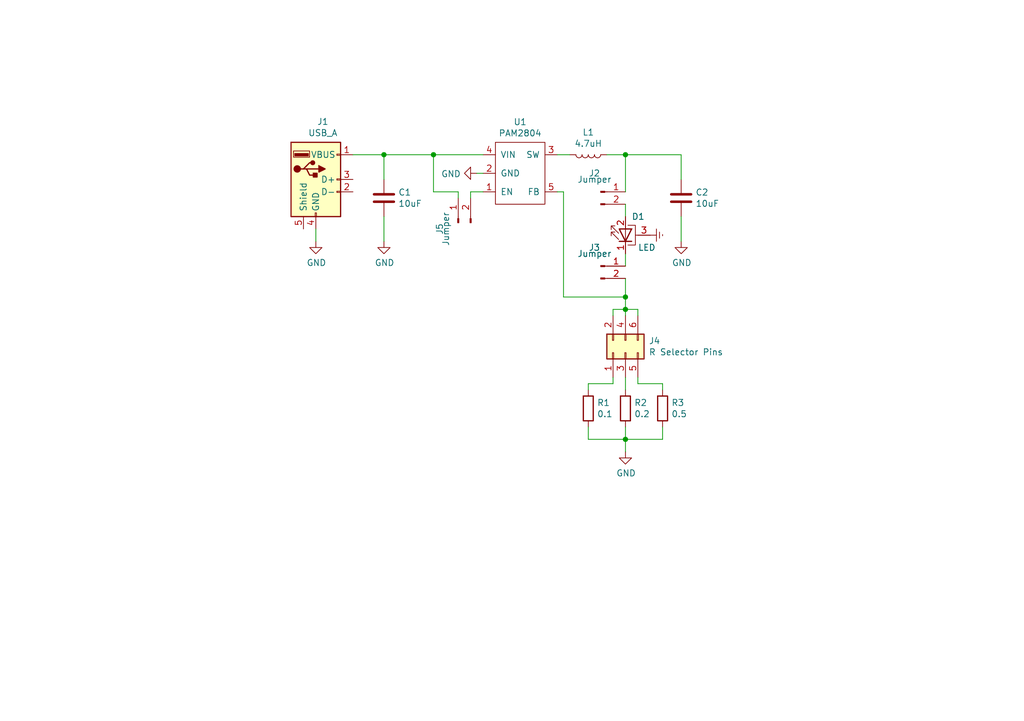
<source format=kicad_sch>
(kicad_sch (version 20211123) (generator eeschema)
  (paper "A5")
  (title_block (title "Flare") (date "2022-01-08") (rev "0.2") (company "DJM0"))
  (lib_symbols
    (symbol "Connector:Conn_01x02_Male" (pin_names (offset 1.016) hide)
      (property "Reference" "J" (at 0 2.54 0))
      (property "Value" "Conn_01x02_Male" (at 0 -5.08 0))
      (symbol "Conn_01x02_Male_1_1"
        (polyline (pts (xy 1.27 -2.54) (xy 0.8636 -2.54)) (stroke (width 0.1524)))
        (polyline (pts (xy 1.27 0) (xy 0.8636 0)) (stroke (width 0.1524)))
        (rectangle (start 0.8636 -2.413) (end 0 -2.667) (stroke (width 0.1524)) (fill (type outline)))
        (rectangle (start 0.8636 0.127) (end 0 -0.127) (stroke (width 0.1524)) (fill (type outline)))
        (pin passive line (at 5.08 0 180) (length 3.81) (name "Pin_1") (number "1"))
        (pin passive line (at 5.08 -2.54 180) (length 3.81) (name "Pin_2") (number "2"))
      )
    )
    (symbol "Connector:USB_A" (pin_names (offset 1.016))
      (property "Reference" "J" (at -5.08 11.43 0))
      (property "Value" "USB_A" (at -5.08 8.89 0))
      (symbol "USB_A_0_1"
        (rectangle (start -5.08 -7.62) (end 5.08 7.62) (stroke (width 0.254)) (fill (type background)))
        (circle (center -3.81 2.159) (radius 0.635) (stroke (width 0.254)) (fill (type outline)))
        (rectangle (start -1.524 4.826) (end -4.318 5.334) (fill (type outline)))
        (rectangle (start -1.27 4.572) (end -4.572 5.842))
        (circle (center -0.635 3.429) (radius 0.381) (stroke (width 0.254)) (fill (type outline)))
        (rectangle (start -0.127 -7.62) (end 0.127 -6.858))
        (polyline (pts (xy -3.175 2.159) (xy -2.54 2.159) (xy -1.27 3.429) (xy -0.635 3.429)) (stroke (width 0.254)))
        (polyline (pts (xy -2.54 2.159) (xy -1.905 2.159) (xy -1.27 0.889) (xy 0 0.889)) (stroke (width 0.254)))
        (polyline (pts (xy 0.635 2.794) (xy 0.635 1.524) (xy 1.905 2.159) (xy 0.635 2.794)) (stroke (width 0.254)) (fill (type outline)))
        (rectangle (start 0.254 1.27) (end -0.508 0.508) (stroke (width 0.254)) (fill (type outline)))
        (rectangle (start 5.08 -2.667) (end 4.318 -2.413))
        (rectangle (start 5.08 -0.127) (end 4.318 0.127))
        (rectangle (start 5.08 4.953) (end 4.318 5.207))
      )
      (symbol "USB_A_1_1"
        (polyline (pts (xy -1.905 2.159) (xy 0.635 2.159)) (stroke (width 0.254)))
        (pin power_in line (at 7.62 5.08 180) (length 2.54) (name "VBUS") (number "1"))
        (pin bidirectional line (at 7.62 -2.54 180) (length 2.54) (name "D-") (number "2"))
        (pin bidirectional line (at 7.62 0 180) (length 2.54) (name "D+") (number "3"))
        (pin power_in line (at 0 -10.16 90) (length 2.54) (name "GND") (number "4"))
        (pin passive line (at -2.54 -10.16 90) (length 2.54) (name "Shield") (number "5"))
      )
    )
    (symbol "Connector_Generic:Conn_02x03_Odd_Even" (pin_names (offset 1.016) hide)
      (property "Reference" "J" (at 1.27 5.08 0))
      (property "Value" "Conn_02x03_Odd_Even" (at 1.27 -5.08 0))
      (symbol "Conn_02x03_Odd_Even_1_1"
        (rectangle (start -1.27 -2.413) (end 0 -2.667) (stroke (width 0.1524)))
        (rectangle (start -1.27 0.127) (end 0 -0.127) (stroke (width 0.1524)))
        (rectangle (start -1.27 2.667) (end 0 2.413) (stroke (width 0.1524)))
        (rectangle (start -1.27 3.81) (end 3.81 -3.81) (stroke (width 0.254)) (fill (type background)))
        (rectangle (start 3.81 -2.413) (end 2.54 -2.667) (stroke (width 0.1524)))
        (rectangle (start 3.81 0.127) (end 2.54 -0.127) (stroke (width 0.1524)))
        (rectangle (start 3.81 2.667) (end 2.54 2.413) (stroke (width 0.1524)))
        (pin passive line (at -5.08 2.54 0) (length 3.81) (name "Pin_1") (number "1"))
        (pin passive line (at 7.62 2.54 180) (length 3.81) (name "Pin_2") (number "2"))
        (pin passive line (at -5.08 0 0) (length 3.81) (name "Pin_3") (number "3"))
        (pin passive line (at 7.62 0 180) (length 3.81) (name "Pin_4") (number "4"))
        (pin passive line (at -5.08 -2.54 0) (length 3.81) (name "Pin_5") (number "5"))
        (pin passive line (at 7.62 -2.54 180) (length 3.81) (name "Pin_6") (number "6"))
      )
    )
    (symbol "Device:C" (pin_numbers hide) (pin_names (offset 0.254))
      (property "Reference" "C" (at 0.635 2.54 0))
      (property "Value" "C" (at 0.635 -2.54 0))
      (symbol "C_0_1"
        (polyline (pts (xy -2.032 -0.762) (xy 2.032 -0.762)) (stroke (width 0.508)))
        (polyline (pts (xy -2.032 0.762) (xy 2.032 0.762)) (stroke (width 0.508)))
      )
      (symbol "C_1_1"
        (pin passive line (at 0 3.81 270) (length 2.794) (name "~") (number "1"))
        (pin passive line (at 0 -3.81 90) (length 2.794) (name "~") (number "2"))
      )
    )
    (symbol "Device:L" (pin_numbers hide) (pin_names (offset 1.016) hide)
      (property "Reference" "L" (at -1.27 0 90))
      (property "Value" "L" (at 1.905 0 90))
      (symbol "L_0_1"
        (arc (start 0 -2.54) (mid 0.635 -1.905) (end 0 -1.27))
        (arc (start 0 -1.27) (mid 0.635 -0.635) (end 0 0))
        (arc (start 0 0) (mid 0.635 0.635) (end 0 1.27))
        (arc (start 0 1.27) (mid 0.635 1.905) (end 0 2.54))
      )
      (symbol "L_1_1"
        (pin passive line (at 0 3.81 270) (length 1.27) (name "1") (number "1"))
        (pin passive line (at 0 -3.81 90) (length 1.27) (name "2") (number "2"))
      )
    )
    (symbol "Device:LED_PAD" (pin_names (offset 1.016) hide)
      (property "Reference" "D" (at 0 5.715 0))
      (property "Value" "Device_LED_PAD" (at 0 3.81 0))
      (symbol "LED_PAD_0_1"
        (polyline (pts (xy -1.27 -1.27) (xy -1.27 1.27)) (stroke (width 0.254)))
        (polyline (pts (xy -1.27 0) (xy 1.27 0)))
        (polyline (pts (xy 0 -2.54) (xy 0 -2.032)))
        (polyline (pts (xy -2.032 -0.508) (xy -2.032 -2.032) (xy 2.032 -2.032) (xy 2.032 -0.508)))
        (polyline (pts (xy 1.27 -1.27) (xy 1.27 1.27) (xy -1.27 0) (xy 1.27 -1.27)) (stroke (width 0.254)))
        (polyline (pts (xy -0.889 1.397) (xy 0.635 2.921) (xy -0.127 2.921) (xy 0.635 2.921) (xy 0.635 2.159)))
        (polyline (pts (xy 0.381 1.397) (xy 1.905 2.921) (xy 1.143 2.921) (xy 1.905 2.921) (xy 1.905 2.159)))
      )
      (symbol "LED_PAD_1_1"
        (pin passive line (at -3.81 0 0) (length 2.54) (name "K") (number "1"))
        (pin passive line (at 3.81 0 180) (length 2.54) (name "A") (number "2"))
        (pin passive line (at 0 -5.08 90) (length 2.54) (name "PAD") (number "3"))
      )
    )
    (symbol "Device:R" (pin_numbers hide) (pin_names (offset 0))
      (property "Reference" "R" (at 2.032 0 90))
      (property "Value" "R" (at 0 0 90))
      (symbol "R_0_1"
        (rectangle (start -1.016 -2.54) (end 1.016 2.54) (stroke (width 0.254)))
      )
      (symbol "R_1_1"
        (pin passive line (at 0 3.81 270) (length 1.27) (name "~") (number "1"))
        (pin passive line (at 0 -3.81 90) (length 1.27) (name "~") (number "2"))
      )
    )
    (symbol "power:Earth" (power) (pin_names (offset 0))
      (symbol "Earth_0_1"
        (polyline (pts (xy -0.635 -1.905) (xy 0.635 -1.905)))
        (polyline (pts (xy -0.127 -2.54) (xy 0.127 -2.54)))
        (polyline (pts (xy 0 -1.27) (xy 0 0)))
        (polyline (pts (xy 1.27 -1.27) (xy -1.27 -1.27)))
      )
      (symbol "Earth_1_1"
        (pin power_in line (at 0 0 270) (length 0) hide (name "Earth") (number "1"))
      )
    )
    (symbol "power:GND" (power) (pin_names (offset 0))
      (property "Value" "GND" (at 0 -3.81 0))
      (symbol "GND_0_1"
        (polyline (pts (xy 0 0) (xy 0 -1.27) (xy 1.27 -1.27) (xy 0 -2.54) (xy -1.27 -1.27) (xy 0 -1.27)))
      )
      (symbol "GND_1_1"
        (pin power_in line (at 0 0 270) (length 0) hide (name "GND") (number "1"))
      )
    )
    (symbol "usb_stick_light_library:PAM2804" (pin_names (offset 1.016))
      (property "Reference" "U" (at 0 11.43 0))
      (property "Value" "usb_stick_light_library_PAM2804" (at 0 8.89 0))
      (symbol "PAM2804_0_1"
        (rectangle (start -5.08 6.35) (end 5.08 -6.35))
      )
      (symbol "PAM2804_1_1"
        (pin input line (at -7.62 -3.81 0) (length 2.54) (name "EN") (number "1"))
        (pin power_in line (at -7.62 0 0) (length 2.54) (name "GND") (number "2"))
        (pin power_out line (at 7.62 3.81 180) (length 2.54) (name "SW") (number "3"))
        (pin power_in line (at -7.62 3.81 0) (length 2.54) (name "VIN") (number "4"))
        (pin input line (at 7.62 -3.81 180) (length 2.54) (name "FB") (number "5"))
      )
    )
  )
  (junction (at 128.27 31.75))
  (junction (at 88.9 31.75))
  (junction (at 128.27 60.96))
  (junction (at 128.27 63.5))
  (junction (at 128.27 90.17))
  (junction (at 78.74 31.75))
  (wire (pts (xy 64.77 46.99) (xy 64.77 49.53)))
  (wire (pts (xy 125.73 77.47) (xy 125.73 78.74)))
  (wire (pts (xy 128.27 60.96) (xy 115.57 60.96)))
  (wire (pts (xy 120.65 90.17) (xy 128.27 90.17)))
  (wire (pts (xy 128.27 60.96) (xy 128.27 63.5)))
  (wire (pts (xy 130.81 63.5) (xy 130.81 64.77)))
  (wire (pts (xy 128.27 77.47) (xy 128.27 80.01)))
  (wire (pts (xy 78.74 36.83) (xy 78.74 31.75)))
  (wire (pts (xy 139.7 31.75) (xy 128.27 31.75)))
  (wire (pts (xy 115.57 60.96) (xy 115.57 39.37)))
  (wire (pts (xy 128.27 87.63) (xy 128.27 90.17)))
  (wire (pts (xy 88.9 31.75) (xy 99.06 31.75)))
  (wire (pts (xy 96.52 40.64) (xy 96.52 39.37)))
  (wire (pts (xy 125.73 63.5) (xy 128.27 63.5)))
  (wire (pts (xy 128.27 63.5) (xy 130.81 63.5)))
  (wire (pts (xy 128.27 57.15) (xy 128.27 60.96)))
  (wire (pts (xy 125.73 78.74) (xy 120.65 78.74)))
  (wire (pts (xy 72.39 31.75) (xy 78.74 31.75)))
  (wire (pts (xy 128.27 31.75) (xy 124.46 31.75)))
  (wire (pts (xy 128.27 90.17) (xy 128.27 92.71)))
  (wire (pts (xy 135.89 78.74) (xy 135.89 80.01)))
  (wire (pts (xy 135.89 90.17) (xy 135.89 87.63)))
  (wire (pts (xy 130.81 78.74) (xy 135.89 78.74)))
  (wire (pts (xy 128.27 90.17) (xy 135.89 90.17)))
  (wire (pts (xy 78.74 44.45) (xy 78.74 49.53)))
  (wire (pts (xy 93.98 39.37) (xy 88.9 39.37)))
  (wire (pts (xy 120.65 87.63) (xy 120.65 90.17)))
  (wire (pts (xy 128.27 44.45) (xy 128.27 41.91)))
  (wire (pts (xy 128.27 54.61) (xy 128.27 52.07)))
  (wire (pts (xy 128.27 64.77) (xy 128.27 63.5)))
  (wire (pts (xy 96.52 39.37) (xy 99.06 39.37)))
  (wire (pts (xy 130.81 77.47) (xy 130.81 78.74)))
  (wire (pts (xy 125.73 64.77) (xy 125.73 63.5)))
  (wire (pts (xy 93.98 40.64) (xy 93.98 39.37)))
  (wire (pts (xy 139.7 36.83) (xy 139.7 31.75)))
  (wire (pts (xy 97.79 35.56) (xy 99.06 35.56)))
  (wire (pts (xy 120.65 78.74) (xy 120.65 80.01)))
  (wire (pts (xy 128.27 39.37) (xy 128.27 31.75)))
  (wire (pts (xy 78.74 31.75) (xy 88.9 31.75)))
  (wire (pts (xy 114.3 31.75) (xy 116.84 31.75)))
  (wire (pts (xy 88.9 39.37) (xy 88.9 31.75)))
  (wire (pts (xy 139.7 49.53) (xy 139.7 44.45)))
  (wire (pts (xy 115.57 39.37) (xy 114.3 39.37)))
  (symbol (lib_id "usb_stick_light_library:PAM2804") (at 106.68 35.56 0) (unit 1)
    (property "Reference" "U1" (at 106.68 25.019 0))
    (property "Value" "PAM2804" (at 106.68 27.3304 0))
    (property "Footprint" "Package_TO_SOT_SMD:TSOT-23-5" (effects hide))
  )
  (symbol (lib_id "Connector:USB_A") (at 64.77 36.83 0) (unit 1)
    (property "Reference" "J1" (at 66.2178 24.9682 0))
    (property "Value" "USB_A" (at 66.2178 27.2796 0))
    (property "Footprint" "Connector_USB:USB_A_CNCTech_1001-011-01101_Horizontal" (effects hide))
    (property "Datasheet" " ~" (effects hide))
  )
  (symbol (lib_id "power:GND") (at 64.77 49.53 0) (unit 1)
    (property "Reference" "#PWR0101" (effects hide))
    (property "Value" "GND" (at 64.897 53.9242 0))
  )
  (symbol (lib_id "Device:C") (at 78.74 40.64 0) (unit 1)
    (property "Reference" "C1" (at 81.661 39.4716 0) (effects (justify left)))
    (property "Value" "10uF" (at 81.661 41.783 0) (effects (justify left)))
    (property "Footprint" "Capacitor_SMD:C_0805_2012Metric" (effects hide))
  )
  (symbol (lib_id "power:GND") (at 78.74 49.53 0) (unit 1)
    (property "Reference" "#PWR0102" (effects hide))
    (property "Value" "GND" (at 78.867 53.9242 0))
  )
  (symbol (lib_id "power:GND") (at 97.79 35.56 270) (unit 1)
    (property "Reference" "#PWR0103" (effects hide))
    (property "Value" "GND" (at 94.5388 35.687 90) (effects (justify right)))
  )
  (symbol (lib_id "Device:L") (at 120.65 31.75 270) (unit 1)
    (property "Reference" "L1" (at 120.65 27.1526 90))
    (property "Value" "4.7uH" (at 120.65 29.464 90))
    (property "Footprint" "Inductor_SMD:L_0805_2012Metric" (effects hide))
  )
  (symbol (lib_id "Device:C") (at 139.7 40.64 0) (unit 1)
    (property "Reference" "C2" (at 142.621 39.4716 0) (effects (justify left)))
    (property "Value" "10uF" (at 142.621 41.783 0) (effects (justify left)))
    (property "Footprint" "Capacitor_SMD:C_0805_2012Metric" (effects hide))
  )
  (symbol (lib_id "power:GND") (at 139.7 49.53 0) (unit 1)
    (property "Reference" "#PWR0104" (effects hide))
    (property "Value" "GND" (at 139.827 53.9242 0))
  )
  (symbol (lib_id "Connector:Conn_01x02_Male") (at 123.19 39.37 0) (unit 1)
    (property "Reference" "J2" (at 121.92 35.56 0))
    (property "Value" "Jumper" (at 121.92 36.83 0))
    (property "Footprint" "Connector_PinHeader_2.54mm:PinHeader_1x02_P2.54mm_Vertical" (effects hide))
  )
  (symbol (lib_id "Device:LED_PAD") (at 128.27 48.26 90) (unit 1)
    (property "Reference" "D1" (at 129.54 44.45 90) (effects (justify right)))
    (property "Value" "LED" (at 130.81 50.8 90) (effects (justify right)))
    (property "Footprint" "LED_SMD:LED_Cree-XP-G" (effects hide))
  )
  (symbol (lib_id "Connector:Conn_01x02_Male") (at 123.19 54.61 0) (unit 1)
    (property "Reference" "J3" (at 121.92 50.8 0))
    (property "Value" "Jumper" (at 121.92 52.07 0))
    (property "Footprint" "Connector_PinHeader_2.54mm:PinHeader_1x02_P2.54mm_Vertical" (effects hide))
  )
  (symbol (lib_id "Device:R") (at 120.65 83.82 0) (unit 1)
    (property "Reference" "R1" (at 122.428 82.6516 0) (effects (justify left)))
    (property "Value" "0.1" (at 122.428 84.963 0) (effects (justify left)))
    (property "Footprint" "Resistor_SMD:R_1206_3216Metric" (effects hide))
  )
  (symbol (lib_id "Device:R") (at 128.27 83.82 0) (unit 1)
    (property "Reference" "R2" (at 130.048 82.6516 0) (effects (justify left)))
    (property "Value" "0.2" (at 130.048 84.963 0) (effects (justify left)))
    (property "Footprint" "Resistor_SMD:R_1206_3216Metric" (effects hide))
  )
  (symbol (lib_id "Device:R") (at 135.89 83.82 0) (unit 1)
    (property "Reference" "R3" (at 137.668 82.6516 0) (effects (justify left)))
    (property "Value" "0.5" (at 137.668 84.963 0) (effects (justify left)))
    (property "Footprint" "Resistor_SMD:R_1206_3216Metric" (effects hide))
  )
  (symbol (lib_id "power:GND") (at 128.27 92.71 0) (unit 1)
    (property "Reference" "#PWR0105" (effects hide))
    (property "Value" "GND" (at 128.397 97.1042 0))
  )
  (symbol (lib_id "Connector_Generic:Conn_02x03_Odd_Even") (at 128.27 72.39 90) (unit 1)
    (property "Reference" "J4" (at 133.0452 69.9516 90) (effects (justify right)))
    (property "Value" "R Selector Pins" (at 133.0452 72.263 90) (effects (justify right)))
    (property "Footprint" "Connector_PinHeader_2.54mm:PinHeader_2x03_P2.54mm_Vertical" (effects hide))
  )
  (symbol (lib_id "power:Earth") (at 133.35 48.26 90) (unit 1)
    (property "Reference" "#PWR0106" (effects hide))
    (property "Value" "Earth" (effects hide))
  )
  (symbol (lib_id "Connector:Conn_01x02_Male") (at 93.98 45.72 90) (unit 1)
    (property "Reference" "J5" (at 90.17 46.99 0))
    (property "Value" "Jumper" (at 91.44 46.99 0))
    (property "Footprint" "Connector_PinHeader_2.54mm:PinHeader_1x02_P2.54mm_Vertical" (effects hide))
  )
)
</source>
